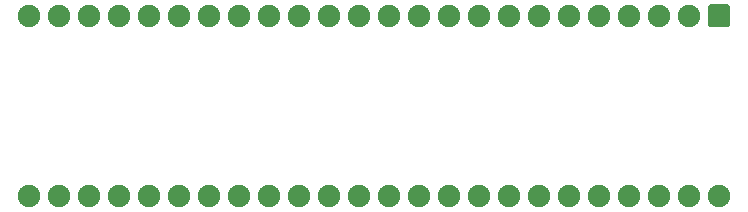
<source format=gbr>
G04 #@! TF.GenerationSoftware,KiCad,Pcbnew,(5.1.12)-1*
G04 #@! TF.CreationDate,2021-12-10T19:42:55+00:00*
G04 #@! TF.ProjectId,RGBtoHDMI Amiga Denise DIP Breakout FFC - CDTV v2,52474274-6f48-4444-9d49-20416d696761,v2*
G04 #@! TF.SameCoordinates,Original*
G04 #@! TF.FileFunction,Soldermask,Bot*
G04 #@! TF.FilePolarity,Negative*
%FSLAX46Y46*%
G04 Gerber Fmt 4.6, Leading zero omitted, Abs format (unit mm)*
G04 Created by KiCad (PCBNEW (5.1.12)-1) date 2021-12-10 19:42:55*
%MOMM*%
%LPD*%
G01*
G04 APERTURE LIST*
%ADD10O,1.900000X1.900000*%
G04 APERTURE END LIST*
G36*
G01*
X161125000Y-69535000D02*
X162725000Y-69535000D01*
G75*
G02*
X162875000Y-69685000I0J-150000D01*
G01*
X162875000Y-71285000D01*
G75*
G02*
X162725000Y-71435000I-150000J0D01*
G01*
X161125000Y-71435000D01*
G75*
G02*
X160975000Y-71285000I0J150000D01*
G01*
X160975000Y-69685000D01*
G75*
G02*
X161125000Y-69535000I150000J0D01*
G01*
G37*
D10*
X103505000Y-85725000D03*
X159385000Y-70485000D03*
X106045000Y-85725000D03*
X156845000Y-70485000D03*
X108585000Y-85725000D03*
X154305000Y-70485000D03*
X111125000Y-85725000D03*
X151765000Y-70485000D03*
X113665000Y-85725000D03*
X149225000Y-70485000D03*
X116205000Y-85725000D03*
X146685000Y-70485000D03*
X118745000Y-85725000D03*
X144145000Y-70485000D03*
X121285000Y-85725000D03*
X141605000Y-70485000D03*
X123825000Y-85725000D03*
X139065000Y-70485000D03*
X126365000Y-85725000D03*
X136525000Y-70485000D03*
X128905000Y-85725000D03*
X133985000Y-70485000D03*
X131445000Y-85725000D03*
X131445000Y-70485000D03*
X133985000Y-85725000D03*
X128905000Y-70485000D03*
X136525000Y-85725000D03*
X126365000Y-70485000D03*
X139065000Y-85725000D03*
X123825000Y-70485000D03*
X141605000Y-85725000D03*
X121285000Y-70485000D03*
X144145000Y-85725000D03*
X118745000Y-70485000D03*
X146685000Y-85725000D03*
X116205000Y-70485000D03*
X149225000Y-85725000D03*
X113665000Y-70485000D03*
X151765000Y-85725000D03*
X111125000Y-70485000D03*
X154305000Y-85725000D03*
X108585000Y-70485000D03*
X156845000Y-85725000D03*
X106045000Y-70485000D03*
X159385000Y-85725000D03*
X103505000Y-70485000D03*
X161925000Y-85725000D03*
M02*

</source>
